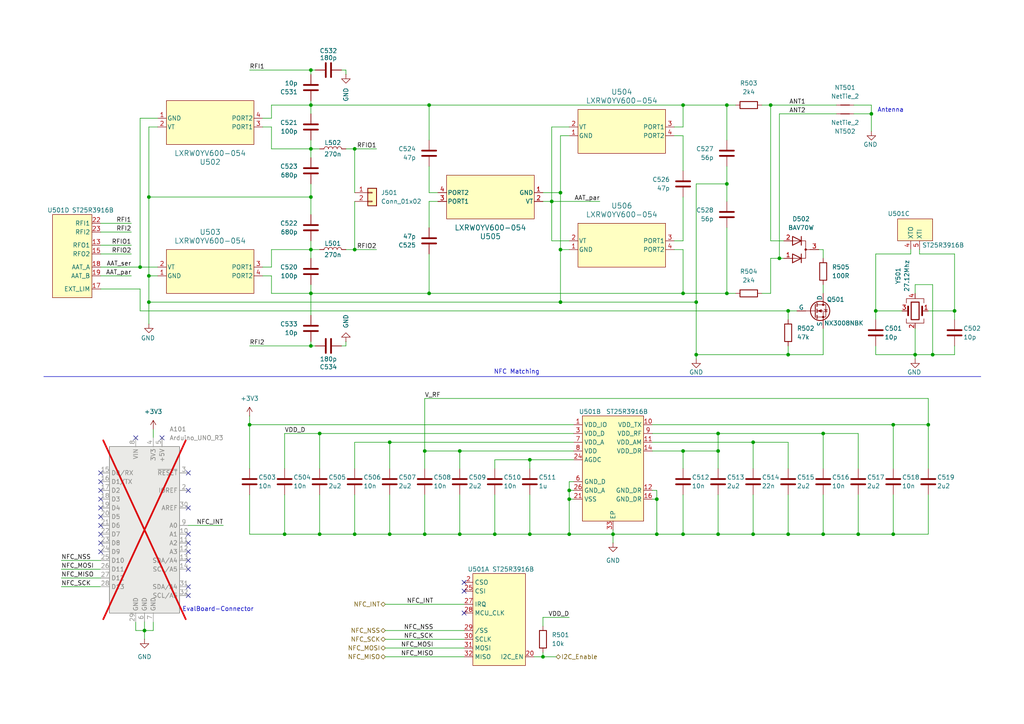
<source format=kicad_sch>
(kicad_sch (version 20250114) (generator "eeschema") (generator_version "9.0")
  (paper "A4")
  (text "EvalBoard-Connector" (at 63.246 176.784 0) (effects (font (size 1.27 1.27))))
  (text "Antenna" (at 258.318 32.004 0) (effects (font (size 1.27 1.27))))
  (text "NFC Matching" (at 149.86 107.95 0) (effects (font (size 1.27 1.27))))
  (junction (at 133.35 130.81))
  (junction (at 165.1 154.94))
  (junction (at 90.17 100.33))
  (junction (at 113.03 154.94))
  (junction (at 123.19 130.81))
  (junction (at 210.82 30.48))
  (junction (at 208.28 130.81))
  (junction (at 43.18 57.15))
  (junction (at 153.67 133.35))
  (junction (at 208.28 154.94))
  (junction (at 72.39 123.19))
  (junction (at 238.76 154.94))
  (junction (at 165.1 142.24))
  (junction (at 265.43 102.87))
  (junction (at 124.46 30.48))
  (junction (at 90.17 72.39))
  (junction (at 143.51 154.94))
  (junction (at 102.87 72.39))
  (junction (at 123.19 154.94))
  (junction (at 165.1 144.78))
  (junction (at 113.03 128.27))
  (junction (at 198.12 154.94))
  (junction (at 210.82 85.09))
  (junction (at 198.12 85.09))
  (junction (at 259.08 154.94))
  (junction (at 228.6 102.87))
  (junction (at 198.12 130.81))
  (junction (at 160.02 58.42))
  (junction (at 223.52 30.48))
  (junction (at 201.93 102.87))
  (junction (at 226.06 74.93))
  (junction (at 190.5 154.94))
  (junction (at 90.17 20.32))
  (junction (at 90.17 85.09))
  (junction (at 102.87 43.18))
  (junction (at 210.82 53.34))
  (junction (at 238.76 125.73))
  (junction (at 269.24 123.19))
  (junction (at 198.12 30.48))
  (junction (at 162.56 55.88))
  (junction (at 82.55 154.94))
  (junction (at 208.28 125.73))
  (junction (at 90.17 30.48))
  (junction (at 201.93 87.63))
  (junction (at 228.6 154.94))
  (junction (at 41.91 182.88))
  (junction (at 40.64 77.47))
  (junction (at 102.87 154.94))
  (junction (at 162.56 87.63))
  (junction (at 270.51 102.87))
  (junction (at 43.18 80.01))
  (junction (at 248.92 154.94))
  (junction (at 92.71 154.94))
  (junction (at 124.46 85.09))
  (junction (at 157.48 190.5))
  (junction (at 254 90.17))
  (junction (at 252.73 33.02))
  (junction (at 43.18 87.63))
  (junction (at 133.35 154.94))
  (junction (at 90.17 43.18))
  (junction (at 218.44 128.27))
  (junction (at 90.17 57.15))
  (junction (at 276.86 90.17))
  (junction (at 190.5 144.78))
  (junction (at 259.08 123.19))
  (junction (at 228.6 90.17))
  (junction (at 92.71 125.73))
  (junction (at 162.56 72.39))
  (junction (at 218.44 154.94))
  (junction (at 177.8 154.94))
  (junction (at 153.67 154.94))
  (no_connect (at 54.61 137.16))
  (no_connect (at 54.61 157.48))
  (no_connect (at 29.21 142.24))
  (no_connect (at 134.62 168.91))
  (no_connect (at 29.21 160.02))
  (no_connect (at 54.61 147.32))
  (no_connect (at 54.61 160.02))
  (no_connect (at 54.61 170.18))
  (no_connect (at 134.62 177.8))
  (no_connect (at 39.37 127))
  (no_connect (at 54.61 172.72))
  (no_connect (at 29.21 152.4))
  (no_connect (at 46.99 127))
  (no_connect (at 54.61 142.24))
  (no_connect (at 29.21 157.48))
  (no_connect (at 29.21 147.32))
  (no_connect (at 29.21 144.78))
  (no_connect (at 54.61 162.56))
  (no_connect (at 29.21 139.7))
  (no_connect (at 134.62 171.45))
  (no_connect (at 29.21 137.16))
  (no_connect (at 54.61 165.1))
  (no_connect (at 29.21 154.94))
  (no_connect (at 29.21 149.86))
  (no_connect (at 54.61 154.94))
  (wire (pts (xy 228.6 128.27) (xy 228.6 135.89)))
  (wire (pts (xy 238.76 72.39) (xy 238.76 74.93)))
  (wire (pts (xy 264.16 72.39) (xy 264.16 73.66)))
  (wire (pts (xy 201.93 104.14) (xy 201.93 102.87)))
  (wire (pts (xy 269.24 135.89) (xy 269.24 123.19)))
  (wire (pts (xy 265.43 82.55) (xy 270.51 82.55)))
  (wire (pts (xy 189.23 144.78) (xy 190.5 144.78)))
  (wire (pts (xy 78.74 34.29) (xy 78.74 30.48)))
  (wire (pts (xy 162.56 55.88) (xy 162.56 39.37)))
  (wire (pts (xy 90.17 20.32) (xy 91.44 20.32)))
  (wire (pts (xy 90.17 30.48) (xy 90.17 33.02)))
  (wire (pts (xy 40.64 83.82) (xy 29.21 83.82)))
  (wire (pts (xy 190.5 144.78) (xy 190.5 154.94)))
  (wire (pts (xy 198.12 36.83) (xy 198.12 30.48)))
  (wire (pts (xy 43.18 80.01) (xy 45.72 80.01)))
  (wire (pts (xy 43.18 57.15) (xy 90.17 57.15)))
  (wire (pts (xy 238.76 72.39) (xy 237.49 72.39)))
  (wire (pts (xy 90.17 72.39) (xy 90.17 74.93)))
  (wire (pts (xy 266.7 73.66) (xy 266.7 72.39)))
  (wire (pts (xy 254 102.87) (xy 265.43 102.87)))
  (wire (pts (xy 198.12 85.09) (xy 210.82 85.09)))
  (wire (pts (xy 157.48 190.5) (xy 161.29 190.5)))
  (wire (pts (xy 17.78 170.18) (xy 29.21 170.18)))
  (wire (pts (xy 157.48 58.42) (xy 160.02 58.42)))
  (wire (pts (xy 177.8 154.94) (xy 177.8 157.48)))
  (wire (pts (xy 90.17 99.06) (xy 90.17 100.33)))
  (wire (pts (xy 210.82 85.09) (xy 213.36 85.09)))
  (wire (pts (xy 102.87 43.18) (xy 102.87 55.88)))
  (wire (pts (xy 198.12 57.15) (xy 198.12 69.85)))
  (wire (pts (xy 133.35 143.51) (xy 133.35 154.94)))
  (wire (pts (xy 124.46 48.26) (xy 124.46 55.88)))
  (wire (pts (xy 270.51 102.87) (xy 265.43 102.87)))
  (wire (pts (xy 198.12 154.94) (xy 190.5 154.94)))
  (wire (pts (xy 254 102.87) (xy 254 100.33)))
  (wire (pts (xy 248.92 125.73) (xy 238.76 125.73)))
  (wire (pts (xy 40.64 34.29) (xy 45.72 34.29)))
  (wire (pts (xy 276.86 92.71) (xy 276.86 90.17)))
  (wire (pts (xy 113.03 128.27) (xy 166.37 128.27)))
  (wire (pts (xy 72.39 120.65) (xy 72.39 123.19)))
  (wire (pts (xy 238.76 125.73) (xy 238.76 135.89)))
  (wire (pts (xy 41.91 182.88) (xy 41.91 185.42)))
  (wire (pts (xy 44.45 182.88) (xy 44.45 180.34)))
  (wire (pts (xy 90.17 82.55) (xy 90.17 85.09)))
  (wire (pts (xy 160.02 36.83) (xy 160.02 58.42)))
  (wire (pts (xy 162.56 72.39) (xy 162.56 87.63)))
  (wire (pts (xy 223.52 69.85) (xy 223.52 30.48)))
  (wire (pts (xy 43.18 87.63) (xy 43.18 93.98)))
  (wire (pts (xy 228.6 90.17) (xy 231.14 90.17)))
  (wire (pts (xy 264.16 73.66) (xy 254 73.66)))
  (wire (pts (xy 111.76 175.26) (xy 134.62 175.26)))
  (wire (pts (xy 228.6 102.87) (xy 238.76 102.87)))
  (wire (pts (xy 228.6 143.51) (xy 228.6 154.94)))
  (wire (pts (xy 111.76 185.42) (xy 134.62 185.42)))
  (wire (pts (xy 76.2 80.01) (xy 78.74 80.01)))
  (wire (pts (xy 254 90.17) (xy 261.62 90.17)))
  (wire (pts (xy 90.17 40.64) (xy 90.17 43.18)))
  (wire (pts (xy 226.06 74.93) (xy 226.06 33.02)))
  (wire (pts (xy 208.28 154.94) (xy 198.12 154.94)))
  (wire (pts (xy 133.35 130.81) (xy 123.19 130.81)))
  (wire (pts (xy 123.19 115.57) (xy 269.24 115.57)))
  (wire (pts (xy 269.24 143.51) (xy 269.24 154.94)))
  (wire (pts (xy 195.58 36.83) (xy 198.12 36.83)))
  (wire (pts (xy 238.76 82.55) (xy 238.76 85.09)))
  (wire (pts (xy 72.39 100.33) (xy 90.17 100.33)))
  (wire (pts (xy 78.74 30.48) (xy 90.17 30.48)))
  (wire (pts (xy 153.67 143.51) (xy 153.67 154.94)))
  (wire (pts (xy 100.33 21.59) (xy 100.33 20.32)))
  (wire (pts (xy 157.48 179.07) (xy 157.48 181.61)))
  (wire (pts (xy 90.17 85.09) (xy 78.74 85.09)))
  (wire (pts (xy 223.52 74.93) (xy 226.06 74.93)))
  (wire (pts (xy 210.82 40.64) (xy 210.82 30.48)))
  (wire (pts (xy 210.82 30.48) (xy 213.36 30.48)))
  (wire (pts (xy 238.76 143.51) (xy 238.76 154.94)))
  (wire (pts (xy 90.17 30.48) (xy 124.46 30.48)))
  (wire (pts (xy 259.08 143.51) (xy 259.08 154.94)))
  (wire (pts (xy 90.17 43.18) (xy 92.71 43.18)))
  (wire (pts (xy 72.39 154.94) (xy 82.55 154.94)))
  (wire (pts (xy 254 73.66) (xy 254 90.17)))
  (wire (pts (xy 201.93 53.34) (xy 201.93 87.63)))
  (wire (pts (xy 226.06 74.93) (xy 227.33 74.93)))
  (wire (pts (xy 72.39 123.19) (xy 72.39 135.89)))
  (wire (pts (xy 276.86 102.87) (xy 276.86 100.33)))
  (wire (pts (xy 40.64 77.47) (xy 45.72 77.47)))
  (wire (pts (xy 195.58 39.37) (xy 198.12 39.37)))
  (wire (pts (xy 165.1 139.7) (xy 165.1 142.24)))
  (wire (pts (xy 124.46 73.66) (xy 124.46 85.09)))
  (wire (pts (xy 165.1 154.94) (xy 165.1 144.78)))
  (wire (pts (xy 82.55 135.89) (xy 82.55 125.73)))
  (wire (pts (xy 157.48 179.07) (xy 165.1 179.07)))
  (wire (pts (xy 226.06 33.02) (xy 242.57 33.02)))
  (wire (pts (xy 143.51 154.94) (xy 153.67 154.94)))
  (wire (pts (xy 165.1 142.24) (xy 166.37 142.24)))
  (wire (pts (xy 124.46 58.42) (xy 127 58.42)))
  (wire (pts (xy 165.1 142.24) (xy 165.1 144.78)))
  (wire (pts (xy 162.56 72.39) (xy 165.1 72.39)))
  (wire (pts (xy 29.21 77.47) (xy 40.64 77.47)))
  (wire (pts (xy 143.51 135.89) (xy 143.51 133.35)))
  (wire (pts (xy 223.52 85.09) (xy 223.52 74.93)))
  (wire (pts (xy 124.46 30.48) (xy 124.46 40.64)))
  (wire (pts (xy 270.51 82.55) (xy 270.51 102.87)))
  (wire (pts (xy 29.21 67.31) (xy 38.1 67.31)))
  (wire (pts (xy 210.82 53.34) (xy 201.93 53.34)))
  (wire (pts (xy 160.02 69.85) (xy 160.02 58.42)))
  (wire (pts (xy 29.21 73.66) (xy 38.1 73.66)))
  (wire (pts (xy 220.98 85.09) (xy 223.52 85.09)))
  (wire (pts (xy 90.17 72.39) (xy 92.71 72.39)))
  (wire (pts (xy 72.39 20.32) (xy 90.17 20.32)))
  (wire (pts (xy 218.44 128.27) (xy 218.44 135.89)))
  (wire (pts (xy 43.18 80.01) (xy 43.18 87.63)))
  (wire (pts (xy 208.28 125.73) (xy 189.23 125.73)))
  (wire (pts (xy 160.02 58.42) (xy 173.99 58.42)))
  (wire (pts (xy 102.87 43.18) (xy 100.33 43.18)))
  (wire (pts (xy 39.37 180.34) (xy 39.37 182.88)))
  (wire (pts (xy 248.92 154.94) (xy 238.76 154.94)))
  (wire (pts (xy 102.87 43.18) (xy 109.22 43.18)))
  (wire (pts (xy 228.6 90.17) (xy 40.64 90.17)))
  (wire (pts (xy 223.52 30.48) (xy 242.57 30.48)))
  (wire (pts (xy 154.94 190.5) (xy 157.48 190.5)))
  (wire (pts (xy 40.64 34.29) (xy 40.64 77.47)))
  (wire (pts (xy 111.76 190.5) (xy 134.62 190.5)))
  (wire (pts (xy 143.51 143.51) (xy 143.51 154.94)))
  (wire (pts (xy 252.73 30.48) (xy 252.73 33.02)))
  (wire (pts (xy 189.23 142.24) (xy 190.5 142.24)))
  (wire (pts (xy 92.71 125.73) (xy 92.71 135.89)))
  (wire (pts (xy 82.55 154.94) (xy 92.71 154.94)))
  (wire (pts (xy 43.18 36.83) (xy 45.72 36.83)))
  (wire (pts (xy 238.76 125.73) (xy 208.28 125.73)))
  (wire (pts (xy 269.24 154.94) (xy 259.08 154.94)))
  (wire (pts (xy 265.43 104.14) (xy 265.43 102.87)))
  (wire (pts (xy 78.74 85.09) (xy 78.74 80.01)))
  (wire (pts (xy 17.78 162.56) (xy 29.21 162.56)))
  (wire (pts (xy 198.12 72.39) (xy 198.12 85.09)))
  (wire (pts (xy 41.91 180.34) (xy 41.91 182.88)))
  (wire (pts (xy 265.43 82.55) (xy 265.43 85.09)))
  (wire (pts (xy 201.93 87.63) (xy 201.93 102.87)))
  (wire (pts (xy 90.17 85.09) (xy 90.17 91.44)))
  (wire (pts (xy 29.21 71.12) (xy 38.1 71.12)))
  (wire (pts (xy 210.82 48.26) (xy 210.82 53.34)))
  (wire (pts (xy 198.12 130.81) (xy 189.23 130.81)))
  (wire (pts (xy 210.82 85.09) (xy 210.82 66.04)))
  (wire (pts (xy 223.52 30.48) (xy 220.98 30.48)))
  (wire (pts (xy 41.91 182.88) (xy 44.45 182.88)))
  (wire (pts (xy 153.67 154.94) (xy 165.1 154.94)))
  (wire (pts (xy 76.2 36.83) (xy 78.74 36.83)))
  (wire (pts (xy 238.76 102.87) (xy 238.76 95.25)))
  (wire (pts (xy 90.17 100.33) (xy 91.44 100.33)))
  (wire (pts (xy 133.35 154.94) (xy 143.51 154.94)))
  (wire (pts (xy 90.17 43.18) (xy 78.74 43.18)))
  (wire (pts (xy 162.56 39.37) (xy 165.1 39.37)))
  (wire (pts (xy 90.17 57.15) (xy 90.17 62.23)))
  (wire (pts (xy 228.6 154.94) (xy 218.44 154.94)))
  (polyline (pts (xy 12.7 109.22) (xy 284.48 109.22)))
  (wire (pts (xy 100.33 99.06) (xy 100.33 100.33)))
  (wire (pts (xy 208.28 130.81) (xy 198.12 130.81)))
  (wire (pts (xy 228.6 100.33) (xy 228.6 102.87)))
  (wire (pts (xy 201.93 87.63) (xy 162.56 87.63)))
  (wire (pts (xy 208.28 143.51) (xy 208.28 154.94)))
  (wire (pts (xy 90.17 69.85) (xy 90.17 72.39)))
  (wire (pts (xy 166.37 139.7) (xy 165.1 139.7)))
  (wire (pts (xy 265.43 95.25) (xy 265.43 102.87)))
  (wire (pts (xy 123.19 154.94) (xy 133.35 154.94)))
  (wire (pts (xy 218.44 154.94) (xy 208.28 154.94)))
  (wire (pts (xy 198.12 39.37) (xy 198.12 49.53)))
  (wire (pts (xy 100.33 20.32) (xy 99.06 20.32)))
  (wire (pts (xy 76.2 34.29) (xy 78.74 34.29)))
  (wire (pts (xy 248.92 143.51) (xy 248.92 154.94)))
  (wire (pts (xy 92.71 154.94) (xy 102.87 154.94)))
  (wire (pts (xy 133.35 130.81) (xy 133.35 135.89)))
  (wire (pts (xy 269.24 115.57) (xy 269.24 123.19)))
  (wire (pts (xy 259.08 123.19) (xy 189.23 123.19)))
  (wire (pts (xy 133.35 130.81) (xy 166.37 130.81)))
  (wire (pts (xy 153.67 133.35) (xy 166.37 133.35)))
  (wire (pts (xy 269.24 123.19) (xy 259.08 123.19)))
  (wire (pts (xy 102.87 58.42) (xy 102.87 72.39)))
  (wire (pts (xy 92.71 125.73) (xy 166.37 125.73)))
  (wire (pts (xy 276.86 73.66) (xy 266.7 73.66)))
  (wire (pts (xy 39.37 182.88) (xy 41.91 182.88)))
  (wire (pts (xy 29.21 80.01) (xy 38.1 80.01)))
  (wire (pts (xy 259.08 154.94) (xy 248.92 154.94)))
  (wire (pts (xy 43.18 57.15) (xy 43.18 80.01)))
  (wire (pts (xy 160.02 36.83) (xy 165.1 36.83)))
  (wire (pts (xy 195.58 69.85) (xy 198.12 69.85)))
  (wire (pts (xy 111.76 187.96) (xy 134.62 187.96)))
  (wire (pts (xy 64.77 152.4) (xy 54.61 152.4)))
  (wire (pts (xy 123.19 130.81) (xy 123.19 135.89)))
  (wire (pts (xy 40.64 90.17) (xy 40.64 83.82)))
  (wire (pts (xy 124.46 30.48) (xy 198.12 30.48)))
  (wire (pts (xy 43.18 57.15) (xy 43.18 36.83)))
  (wire (pts (xy 124.46 85.09) (xy 198.12 85.09)))
  (wire (pts (xy 90.17 53.34) (xy 90.17 57.15)))
  (wire (pts (xy 227.33 69.85) (xy 223.52 69.85)))
  (wire (pts (xy 17.78 167.64) (xy 29.21 167.64)))
  (wire (pts (xy 90.17 29.21) (xy 90.17 30.48)))
  (wire (pts (xy 228.6 128.27) (xy 218.44 128.27)))
  (wire (pts (xy 44.45 124.46) (xy 44.45 127)))
  (wire (pts (xy 157.48 55.88) (xy 162.56 55.88)))
  (wire (pts (xy 102.87 72.39) (xy 109.22 72.39)))
  (wire (pts (xy 247.65 30.48) (xy 252.73 30.48)))
  (wire (pts (xy 76.2 77.47) (xy 78.74 77.47)))
  (wire (pts (xy 195.58 72.39) (xy 198.12 72.39)))
  (wire (pts (xy 162.56 55.88) (xy 162.56 72.39)))
  (wire (pts (xy 82.55 125.73) (xy 92.71 125.73)))
  (wire (pts (xy 208.28 135.89) (xy 208.28 130.81)))
  (wire (pts (xy 254 92.71) (xy 254 90.17)))
  (wire (pts (xy 43.18 87.63) (xy 162.56 87.63)))
  (wire (pts (xy 177.8 153.67) (xy 177.8 154.94)))
  (wire (pts (xy 218.44 128.27) (xy 189.23 128.27)))
  (wire (pts (xy 198.12 143.51) (xy 198.12 154.94)))
  (wire (pts (xy 259.08 135.89) (xy 259.08 123.19)))
  (wire (pts (xy 210.82 53.34) (xy 210.82 58.42)))
  (wire (pts (xy 78.74 77.47) (xy 78.74 72.39)))
  (wire (pts (xy 90.17 85.09) (xy 124.46 85.09)))
  (wire (pts (xy 100.33 72.39) (xy 102.87 72.39)))
  (wire (pts (xy 111.76 182.88) (xy 134.62 182.88)))
  (wire (pts (xy 165.1 144.78) (xy 166.37 144.78)))
  (wire (pts (xy 100.33 100.33) (xy 99.06 100.33)))
  (wire (pts (xy 210.82 30.48) (xy 198.12 30.48)))
  (wire (pts (xy 90.17 43.18) (xy 90.17 45.72)))
  (wire (pts (xy 165.1 154.94) (xy 177.8 154.94)))
  (wire (pts (xy 113.03 128.27) (xy 102.87 128.27)))
  (wire (pts (xy 143.51 133.35) (xy 153.67 133.35)))
  (wire (pts (xy 113.03 154.94) (xy 123.19 154.94)))
  (wire (pts (xy 270.51 102.87) (xy 276.86 102.87)))
  (wire (pts (xy 190.5 154.94) (xy 177.8 154.94)))
  (wire (pts (xy 78.74 72.39) (xy 90.17 72.39)))
  (wire (pts (xy 269.24 90.17) (xy 276.86 90.17)))
  (wire (pts (xy 17.78 165.1) (xy 29.21 165.1)))
  (wire (pts (xy 92.71 143.51) (xy 92.71 154.94)))
  (wire (pts (xy 102.87 128.27) (xy 102.87 135.89)))
  (wire (pts (xy 78.74 43.18) (xy 78.74 36.83)))
  (wire (pts (xy 218.44 143.51) (xy 218.44 154.94)))
  (wire (pts (xy 72.39 143.51) (xy 72.39 154.94)))
  (wire (pts (xy 153.67 135.89) (xy 153.67 133.35)))
  (wire (pts (xy 82.55 143.51) (xy 82.55 154.94)))
  (wire (pts (xy 157.48 189.23) (xy 157.48 190.5)))
  (wire (pts (xy 190.5 142.24) (xy 190.5 144.78)))
  (wire (pts (xy 276.86 90.17) (xy 276.86 73.66)))
  (wire (pts (xy 102.87 154.94) (xy 113.03 154.94)))
  (wire (pts (xy 123.19 130.81) (xy 123.19 115.57)))
  (wire (pts (xy 247.65 33.02) (xy 252.73 33.02)))
  (wire (pts (xy 124.46 55.88) (xy 127 55.88)))
  (wire (pts (xy 124.46 66.04) (xy 124.46 58.42)))
  (wire (pts (xy 113.03 143.51) (xy 113.03 154.94)))
  (wire (pts (xy 208.28 125.73) (xy 208.28 130.81)))
  (wire (pts (xy 198.12 130.81) (xy 198.12 135.89)))
  (wire (pts (xy 248.92 135.89) (xy 248.92 125.73)))
  (wire (pts (xy 228.6 90.17) (xy 228.6 92.71)))
  (wire (pts (xy 29.21 64.77) (xy 38.1 64.77)))
  (wire (pts (xy 113.03 128.27) (xy 113.03 135.89)))
  (wire (pts (xy 102.87 143.51) (xy 102.87 154.94)))
  (wire (pts (xy 160.02 69.85) (xy 165.1 69.85)))
  (wire (pts (xy 201.93 102.87) (xy 228.6 102.87)))
  (wire (pts (xy 123.19 143.51) (xy 123.19 154.94)))
  (wire (pts (xy 90.17 21.59) (xy 90.17 20.32)))
  (wire (pts (xy 72.39 123.19) (xy 166.37 123.19)))
  (wire (pts (xy 252.73 33.02) (xy 252.73 38.1)))
  (wire (pts (xy 238.76 154.94) (xy 228.6 154.94)))
  (label "VDD_D" (at 165.1 179.07 180))
  (label "VDD_D" (at 82.55 125.73 0))
  (label "RFI2" (at 38.1 67.31 180))
  (label "AAT_ser" (at 38.1 77.47 180))
  (label "RFI2" (at 72.39 100.33 0))
  (label "NFC_SCK" (at 17.78 170.18 0))
  (label "NFC_INT" (at 125.73 175.26 180))
  (label "RFIO2" (at 38.1 73.66 180))
  (label "ANT1" (at 233.68 30.48 180))
  (label "ANT2" (at 233.68 33.02 180))
  (label "RFIO2" (at 109.22 72.39 180))
  (label "AAT_par" (at 173.99 58.42 180))
  (label "NFC_INT" (at 64.77 152.4 180))
  (label "RFI1" (at 72.39 20.32 0))
  (label "NFC_MOSI" (at 125.73 187.96 180))
  (label "RFIO1" (at 109.22 43.18 180))
  (label "NFC_SCK" (at 125.73 185.42 180))
  (label "RFI1" (at 38.1 64.77 180))
  (label "RFIO1" (at 38.1 71.12 180))
  (label "NFC_MOSI" (at 17.78 165.1 0))
  (label "AAT_par" (at 38.1 80.01 180))
  (label "NFC_MISO" (at 125.73 190.5 180))
  (label "NFC_NSS" (at 125.73 182.88 180))
  (label "V_RF" (at 123.19 115.57 0))
  (label "NFC_NSS" (at 17.78 162.56 0))
  (label "NFC_MISO" (at 17.78 167.64 0))
  (hierarchical_label "NFC_MISO" (shape bidirectional) (at 111.76 190.5 180))
  (hierarchical_label "NFC_SCK" (shape bidirectional) (at 111.76 185.42 180))
  (hierarchical_label "NFC_INT" (shape bidirectional) (at 111.76 175.26 180))
  (hierarchical_label "NFC_MOSI" (shape bidirectional) (at 111.76 187.96 180))
  (hierarchical_label "NFC_NSS" (shape bidirectional) (at 111.76 182.88 180))
  (hierarchical_label "I2C_Enable" (shape bidirectional) (at 161.29 190.5 0))
  (symbol (lib_name "GND_1") (lib_id "power:GND") (at 177.8 157.48 0) (unit 1)
    (property "Reference" "#PWR0503" (effects (hide yes)))
    (property "Value" "GND" (at 177.8 162.56 0))
    (property "Description" "Power symbol creates a global label with name \"GND\" , ground" (effects (hide yes)))
  )
  (symbol (lib_id "myParts:ST25R3916B") (at 137.16 166.37 0) (unit 1)
    (property "Reference" "U501" (at 135.636 165.1 0) (effects (justify left)))
    (property "Value" "ST25R3916B" (at 142.748 165.1 0) (effects (justify left)))
    (property "Footprint" "additional parts:UFQFPN-32-1EP_5x5mm_P0.5mm_EP3.5x3.5mm" (effects (hide yes)))
    (property "Manufacturer" "STMicroelectronics" (effects (hide yes)))
    (property "Part Number" "ST25R3916B-AQET" (effects (hide yes)))
  )
  (symbol (lib_id "Device:R") (at 228.6 96.52 0) (unit 1)
    (property "Reference" "R502" (at 231.14 95.2499 0) (effects (justify left)))
    (property "Value" "47k" (at 231.14 97.7899 0) (effects (justify left)))
    (property "Footprint" "Resistor_SMD:R_0805_2012Metric_Pad1.20x1.40mm_HandSolder" (effects (hide yes)))
    (property "Description" "Resistor" (effects (hide yes)))
    (property "Manufacturer" "Yageo" (effects (hide yes)))
    (property "Part Number" "RC0603FR-0747KL" (effects (hide yes)))
  )
  (symbol (lib_name "GND_1") (lib_id "power:GND") (at 41.91 185.42 0) (unit 1)
    (property "Reference" "#PWR0508" (effects (hide yes)))
    (property "Value" "GND" (at 41.91 190.5 0))
    (property "Description" "Power symbol creates a global label with name \"GND\" , ground" (effects (hide yes)))
  )
  (symbol (lib_id "Device:C") (at 124.46 69.85 180) (unit 1)
    (property "Reference" "C525" (at 120.65 71.1201 0) (effects (justify left)))
    (property "Value" "47p" (at 120.65 68.5801 0) (effects (justify left)))
    (property "Footprint" "Capacitor_SMD:C_0603_1608Metric_Pad1.08x0.95mm_HandSolder" (effects (hide yes)))
    (property "Description" "Unpolarized capacitor" (effects (hide yes)))
    (property "Manufacturer" "Kemet" (effects (hide yes)))
    (property "Part Number" "C0603C470K5GACTU" (effects (hide yes)))
  )
  (symbol (lib_id "Device:R") (at 238.76 78.74 0) (unit 1)
    (property "Reference" "R505" (at 241.3 77.4699 0) (effects (justify left)))
    (property "Value" "100R" (at 241.3 80.0099 0) (effects (justify left)))
    (property "Footprint" "Resistor_SMD:R_0805_2012Metric_Pad1.20x1.40mm_HandSolder" (effects (hide yes)))
    (property "Description" "Resistor" (effects (hide yes)))
    (property "Manufacturer" "Yageo" (effects (hide yes)))
    (property "Part Number" "RC0805FR-07100RL" (effects (hide yes)))
  )
  (symbol (lib_id "Device:C") (at 90.17 66.04 0) (mirror y) (unit 1)
    (property "Reference" "C522" (at 86.36 64.7699 0) (effects (justify left)))
    (property "Value" "680p" (at 86.36 67.3099 0) (effects (justify left)))
    (property "Footprint" "Capacitor_SMD:C_0603_1608Metric_Pad1.08x0.95mm_HandSolder" (effects (hide yes)))
    (property "Description" "Unpolarized capacitor" (effects (hide yes)))
    (property "Manufacturer" "Kemet" (effects (hide yes)))
    (property "Part Number" "C0603C681K5RACTU" (effects (hide yes)))
  )
  (symbol (lib_id "Device:C") (at 254 96.52 0) (unit 1)
    (property "Reference" "C501" (at 256.54 95.25 0) (effects (justify left)))
    (property "Value" "10p" (at 256.54 97.79 0) (effects (justify left)))
    (property "Footprint" "Capacitor_SMD:C_0603_1608Metric_Pad1.08x0.95mm_HandSolder" (effects (hide yes)))
    (property "Description" "Unpolarized capacitor" (effects (hide yes)))
    (property "Manufacturer" "Kemet" (effects (hide yes)))
    (property "Part Number" "C0603C100K5GACTU" (effects (hide yes)))
  )
  (symbol (lib_id "Simulation_SPICE:NMOS") (at 236.22 90.17 0) (unit 1)
    (property "Reference" "Q501" (at 239.776 86.868 0) (effects (justify left)))
    (property "Value" "NX3008NBK" (at 239.014 93.726 0) (effects (justify left)))
    (property "Footprint" "Package_TO_SOT_SMD:SOT-23-3" (effects (hide yes)))
    (property "Datasheet" "https://ngspice.sourceforge.io/docs/ngspice-html-manual/manual.xhtml#cha_MOSFETs" (effects (hide yes)))
    (property "Description" "N-MOSFET transistor, drain/source/gate" (effects (hide yes)))
    (property "Sim.Device" "NMOS" (effects (hide yes)))
    (property "Sim.Type" "VDMOS" (effects (hide yes)))
    (property "Sim.Pins" "1=D 2=G 3=S" (effects (hide yes)))
    (property "Manufacturer" "Nexperia USA Inc." (effects (hide yes)))
    (property "Part Number" "NX3008NBKW,115" (effects (hide yes)))
  )
  (symbol (lib_id "Device:C") (at 276.86 96.52 0) (unit 1)
    (property "Reference" "C502" (at 279.4 95.25 0) (effects (justify left)))
    (property "Value" "10p" (at 279.4 97.79 0) (effects (justify left)))
    (property "Footprint" "Capacitor_SMD:C_0603_1608Metric_Pad1.08x0.95mm_HandSolder" (effects (hide yes)))
    (property "Description" "Unpolarized capacitor" (effects (hide yes)))
    (property "Manufacturer" "Kemet" (effects (hide yes)))
    (property "Part Number" "C0603C100K5GACTU" (effects (hide yes)))
  )
  (symbol (lib_id "myParts:ST25R3916B") (at 260.35 69.85 90) (unit 3)
    (property "Reference" "U501" (at 263.906 61.976 90) (effects (justify left)))
    (property "Value" "ST25R3916B" (at 279.654 71.12 90) (effects (justify left)))
    (property "Footprint" "additional parts:UFQFPN-32-1EP_5x5mm_P0.5mm_EP3.5x3.5mm" (effects (hide yes)))
    (property "Manufacturer" "STMicroelectronics" (effects (hide yes)))
    (property "Part Number" "ST25R3916B-AQET" (effects (hide yes)))
  )
  (symbol (lib_id "Device:C") (at 208.28 139.7 0) (unit 1)
    (property "Reference" "C513" (at 210.82 138.43 0) (effects (justify left)))
    (property "Value" "2u2" (at 210.82 140.97 0) (effects (justify left)))
    (property "Footprint" "Capacitor_SMD:C_0603_1608Metric_Pad1.08x0.95mm_HandSolder" (effects (hide yes)))
    (property "Description" "Unpolarized capacitor" (effects (hide yes)))
    (property "Manufacturer" "Kemet" (effects (hide yes)))
    (property "Part Number" "C0603C225K4PACTU" (effects (hide yes)))
  )
  (symbol (lib_id "Device:C") (at 113.03 139.7 0) (unit 1)
    (property "Reference" "C507" (at 115.57 138.43 0) (effects (justify left)))
    (property "Value" "2u2" (at 115.57 140.97 0) (effects (justify left)))
    (property "Footprint" "Capacitor_SMD:C_0603_1608Metric_Pad1.08x0.95mm_HandSolder" (effects (hide yes)))
    (property "Description" "Unpolarized capacitor" (effects (hide yes)))
    (property "Manufacturer" "Kemet" (effects (hide yes)))
    (property "Part Number" "C0603C225K4PACTU" (effects (hide yes)))
  )
  (symbol (lib_id "Device:C") (at 210.82 44.45 0) (mirror y) (unit 1)
    (property "Reference" "C527" (at 207.01 43.1799 0) (effects (justify left)))
    (property "Value" "56p" (at 207.01 45.7199 0) (effects (justify left)))
    (property "Footprint" "Capacitor_SMD:C_0603_1608Metric_Pad1.08x0.95mm_HandSolder" (effects (hide yes)))
    (property "Description" "Unpolarized capacitor" (effects (hide yes)))
    (property "Manufacturer" "Kemet" (effects (hide yes)))
    (property "Part Number" "C0603C560M3HACTU" (effects (hide yes)))
  )
  (symbol (lib_id "additial parts:LXRW0YV600-054") (at 160.02 72.39 0) (mirror x) (unit 1)
    (property "Reference" "U506" (at 180.34 59.69 0) (effects (font (size 1.524 1.524))))
    (property "Value" "LXRW0YV600-054" (at 180.34 62.23 0) (effects (font (size 1.524 1.524))))
    (property "Footprint" "additional parts:LXRW0_MUR-M" (effects (hide yes)))
    (property "Datasheet" "LXRW0YV600-054" (effects (hide yes)))
    (property "Manufacturer" "Murata Electronics" (effects (hide yes)))
    (property "Part Number" "LXRW0YV600-054" (effects (hide yes)))
  )
  (symbol (lib_id "Device:C") (at 90.17 36.83 0) (mirror y) (unit 1)
    (property "Reference" "C521" (at 86.36 35.5599 0) (effects (justify left)))
    (property "Value" "100p" (at 86.36 38.0999 0) (effects (justify left)))
    (property "Footprint" "Capacitor_SMD:C_0603_1608Metric_Pad1.08x0.95mm_HandSolder" (effects (hide yes)))
    (property "Description" "Unpolarized capacitor" (effects (hide yes)))
    (property "Manufacturer" "Kemet" (effects (hide yes)))
    (property "Part Number" "C0603C101J5GACTU" (effects (hide yes)))
  )
  (symbol (lib_id "Device:Crystal_GND24") (at 265.43 90.17 180) (unit 1)
    (property "Reference" "Y501" (at 260.4768 80.01 90))
    (property "Value" "27.12Mhz" (at 263.0168 80.01 90))
    (property "Footprint" "Crystal:Crystal_SMD_SeikoEpson_FA128-4Pin_2.0x1.6mm" (effects (hide yes)))
    (property "Description" "Four pin crystal, GND on pins 2 and 4" (effects (hide yes)))
    (property "Manufacturer" "EPSON" (effects (hide yes)))
    (property "Part Number" "FA-118T 27.1200MD50Z-K3" (effects (hide yes)))
  )
  (symbol (lib_id "Device:R") (at 217.17 30.48 90) (unit 1)
    (property "Reference" "R503" (at 217.17 24.13 90))
    (property "Value" "2k4" (at 217.17 26.67 90))
    (property "Footprint" "Resistor_SMD:R_0805_2012Metric_Pad1.20x1.40mm_HandSolder" (effects (hide yes)))
    (property "Description" "Resistor" (effects (hide yes)))
    (property "Manufacturer" "Yageo" (effects (hide yes)))
    (property "Part Number" "RC0603FR-072K4L" (effects (hide yes)))
  )
  (symbol (lib_id "Device:C") (at 92.71 139.7 0) (unit 1)
    (property "Reference" "C505" (at 95.25 138.43 0) (effects (justify left)))
    (property "Value" "2u2" (at 95.25 140.97 0) (effects (justify left)))
    (property "Footprint" "Capacitor_SMD:C_0603_1608Metric_Pad1.08x0.95mm_HandSolder" (effects (hide yes)))
    (property "Description" "Unpolarized capacitor" (effects (hide yes)))
    (property "Manufacturer" "Kemet" (effects (hide yes)))
    (property "Part Number" "C0603C225K4PACTU" (effects (hide yes)))
  )
  (symbol (lib_name "GND_1") (lib_id "power:GND") (at 43.18 93.98 0) (unit 1)
    (property "Reference" "#PWR0504" (effects (hide yes)))
    (property "Value" "GND" (at 44.958 98.044 0) (effects (justify right)))
    (property "Description" "Power symbol creates a global label with name \"GND\" , ground" (effects (hide yes)))
  )
  (symbol (lib_id "Device:C") (at 95.25 20.32 270) (unit 1)
    (property "Reference" "C532" (at 95.25 14.732 90))
    (property "Value" "180p" (at 95.25 16.764 90))
    (property "Footprint" "Capacitor_SMD:C_0603_1608Metric_Pad1.08x0.95mm_HandSolder" (effects (hide yes)))
    (property "Description" "Unpolarized capacitor" (effects (hide yes)))
    (property "Manufacturer" "Kemet" (effects (hide yes)))
    (property "Part Number" "C0603C181J5GACTU" (effects (hide yes)))
  )
  (symbol (lib_id "Device:C") (at 259.08 139.7 0) (unit 1)
    (property "Reference" "C518" (at 261.62 138.43 0) (effects (justify left)))
    (property "Value" "10n" (at 261.62 140.97 0) (effects (justify left)))
    (property "Footprint" "Capacitor_SMD:C_0603_1608Metric_Pad1.08x0.95mm_HandSolder" (effects (hide yes)))
    (property "Description" "Unpolarized capacitor" (effects (hide yes)))
    (property "Manufacturer" "Kemet" (effects (hide yes)))
    (property "Part Number" "C0603C103K5RACTU" (effects (hide yes)))
  )
  (symbol (lib_id "Device:L") (at 96.52 43.18 90) (unit 1)
    (property "Reference" "L502" (at 96.52 41.402 90))
    (property "Value" "270n" (at 96.52 44.704 90))
    (property "Footprint" "Inductor_SMD:L_0603_1608Metric_Pad1.05x0.95mm_HandSolder" (effects (hide yes)))
    (property "Description" "Inductor" (effects (hide yes)))
    (property "Manufacturer" "Murata" (effects (hide yes)))
    (property "Part Number" "LQW18ANR27J00D" (effects (hide yes)))
  )
  (symbol (lib_id "Device:C") (at 210.82 62.23 0) (mirror y) (unit 1)
    (property "Reference" "C528" (at 207.01 60.9599 0) (effects (justify left)))
    (property "Value" "56p" (at 207.01 63.4999 0) (effects (justify left)))
    (property "Footprint" "Capacitor_SMD:C_0603_1608Metric_Pad1.08x0.95mm_HandSolder" (effects (hide yes)))
    (property "Description" "Unpolarized capacitor" (effects (hide yes)))
    (property "Manufacturer" "Kemet" (effects (hide yes)))
    (property "Part Number" "C0603C560M3HACTU" (effects (hide yes)))
  )
  (symbol (lib_name "+3V3_1") (lib_id "power:+3V3") (at 72.39 120.65 0) (unit 1)
    (property "Reference" "#PWR0502" (effects (hide yes)))
    (property "Value" "+3V3" (at 72.39 115.57 0))
    (property "Description" "Power symbol creates a global label with name \"+3V3\"" (effects (hide yes)))
  )
  (symbol (lib_id "myParts:ST25R3916B") (at 15.24 62.23 0) (unit 4)
    (property "Reference" "U501" (at 13.716 60.96 0) (effects (justify left)))
    (property "Value" "ST25R3916B" (at 20.828 60.96 0) (effects (justify left)))
    (property "Footprint" "additional parts:UFQFPN-32-1EP_5x5mm_P0.5mm_EP3.5x3.5mm" (effects (hide yes)))
    (property "Manufacturer" "STMicroelectronics" (effects (hide yes)))
    (property "Part Number" "ST25R3916B-AQET" (effects (hide yes)))
  )
  (symbol (lib_id "Device:D_Dual_CommonCathode_AAK_Parallel") (at 232.41 72.39 0) (mirror x) (unit 1)
    (property "Reference" "D502" (at 232.3465 63.5 0))
    (property "Value" "BAV70W" (at 232.3465 66.04 0))
    (property "Footprint" "Package_TO_SOT_SMD:SOT-23-3" (effects (hide yes)))
    (property "Description" "Dual diode, common cathode on pin 1" (effects (hide yes)))
    (property "Part Number" "BAV70W-7-F" (effects (hide yes)))
    (property "Manufacturer" "Diodes Incorporated" (effects (hide yes)))
  )
  (symbol (lib_id "Connector_Generic:Conn_01x02") (at 107.95 55.88 0) (unit 1)
    (property "Reference" "J501" (at 110.49 55.8799 0) (effects (justify left)))
    (property "Value" "Conn_01x02" (at 110.49 58.4199 0) (effects (justify left)))
    (property "Footprint" "Connector_PinHeader_1.27mm:PinHeader_1x02_P1.27mm_Vertical" (effects (hide yes)))
    (property "Description" "Generic connector, single row, 01x02, script generated (kicad-library-utils/schlib/autogen/connector/)" (effects (hide yes)))
    (property "Manufacturer" "Harwin Inc." (effects (hide yes)))
    (property "Part Number" "M50-3532042" (effects (hide yes)))
  )
  (symbol (lib_id "Device:C") (at 153.67 139.7 0) (unit 1)
    (property "Reference" "C511" (at 156.21 138.43 0) (effects (justify left)))
    (property "Value" "1u" (at 156.21 140.97 0) (effects (justify left)))
    (property "Footprint" "Capacitor_SMD:C_0603_1608Metric_Pad1.08x0.95mm_HandSolder" (effects (hide yes)))
    (property "Description" "Unpolarized capacitor" (effects (hide yes)))
    (property "Manufacturer" "Kemet" (effects (hide yes)))
    (property "Part Number" "C0603C105K4RACTU" (effects (hide yes)))
  )
  (symbol (lib_id "Device:C") (at 124.46 44.45 0) (mirror y) (unit 1)
    (property "Reference" "C524" (at 120.65 43.1799 0) (effects (justify left)))
    (property "Value" "47p" (at 120.65 45.7199 0) (effects (justify left)))
    (property "Footprint" "Capacitor_SMD:C_0603_1608Metric_Pad1.08x0.95mm_HandSolder" (effects (hide yes)))
    (property "Description" "Unpolarized capacitor" (effects (hide yes)))
    (property "Manufacturer" "Kemet" (effects (hide yes)))
    (property "Part Number" "C0603C470K5GACTU" (effects (hide yes)))
  )
  (symbol (lib_id "Device:C") (at 72.39 139.7 0) (unit 1)
    (property "Reference" "C503" (at 74.93 138.43 0) (effects (justify left)))
    (property "Value" "10n" (at 74.93 140.97 0) (effects (justify left)))
    (property "Footprint" "Capacitor_SMD:C_0603_1608Metric_Pad1.08x0.95mm_HandSolder" (effects (hide yes)))
    (property "Description" "Unpolarized capacitor" (effects (hide yes)))
    (property "Manufacturer" "Kemet" (effects (hide yes)))
    (property "Part Number" "C0603C103K5RACTU" (effects (hide yes)))
  )
  (symbol (lib_id "Device:L") (at 96.52 72.39 90) (unit 1)
    (property "Reference" "L501" (at 96.52 70.612 90))
    (property "Value" "270n" (at 96.52 73.914 90))
    (property "Footprint" "Inductor_SMD:L_0603_1608Metric_Pad1.05x0.95mm_HandSolder" (effects (hide yes)))
    (property "Description" "Inductor" (effects (hide yes)))
    (property "Manufacturer" "Murata" (effects (hide yes)))
    (property "Part Number" "LQW18ANR27J00D" (effects (hide yes)))
  )
  (symbol (lib_id "Device:C") (at 133.35 139.7 0) (unit 1)
    (property "Reference" "C509" (at 135.89 138.43 0) (effects (justify left)))
    (property "Value" "2u2" (at 135.89 140.97 0) (effects (justify left)))
    (property "Footprint" "Capacitor_SMD:C_0603_1608Metric_Pad1.08x0.95mm_HandSolder" (effects (hide yes)))
    (property "Description" "Unpolarized capacitor" (effects (hide yes)))
    (property "Manufacturer" "Kemet" (effects (hide yes)))
    (property "Part Number" "C0603C225K4PACTU" (effects (hide yes)))
  )
  (symbol (lib_id "Device:C") (at 238.76 139.7 0) (unit 1)
    (property "Reference" "C516" (at 241.3 138.43 0) (effects (justify left)))
    (property "Value" "10n" (at 241.3 140.97 0) (effects (justify left)))
    (property "Footprint" "Capacitor_SMD:C_0603_1608Metric_Pad1.08x0.95mm_HandSolder" (effects (hide yes)))
    (property "Description" "Unpolarized capacitor" (effects (hide yes)))
    (property "Manufacturer" "Kemet" (effects (hide yes)))
    (property "Part Number" "C0603C103K5RACTU" (effects (hide yes)))
  )
  (symbol (lib_id "MCU_Module:Arduino_UNO_R3") (at 41.91 152.4 0) (unit 1) (dnp yes)
    (property "Reference" "A101" (at 49.1333 124.46 0) (effects (justify left)))
    (property "Value" "Arduino_UNO_R3" (at 49.1333 127 0) (effects (justify left)))
    (property "Footprint" "additional parts:Arduino_UNO_R3_no_legend" (effects (hide yes)))
    (property "Datasheet" "https://www.arduino.cc/en/Main/arduinoBoardUno" (effects (hide yes)))
    (property "Description" "Arduino UNO Microcontroller Module, release 3" (effects (hide yes)))
  )
  (symbol (lib_name "GND_1") (lib_id "power:GND") (at 100.33 99.06 0) (mirror x) (unit 1)
    (property "Reference" "#PWR0507" (effects (hide yes)))
    (property "Value" "GND" (at 100.3299 95.25 90) (effects (justify right)))
    (property "Description" "Power symbol creates a global label with name \"GND\" , ground" (effects (hide yes)))
  )
  (symbol (lib_name "+3V3_1") (lib_id "power:+3V3") (at 44.45 124.46 0) (unit 1)
    (property "Reference" "#PWR0509" (effects (hide yes)))
    (property "Value" "+3V3" (at 44.45 119.38 0))
    (property "Description" "Power symbol creates a global label with name \"+3V3\"" (effects (hide yes)))
  )
  (symbol (lib_id "Device:C") (at 82.55 139.7 0) (unit 1)
    (property "Reference" "C504" (at 85.09 138.43 0) (effects (justify left)))
    (property "Value" "10n" (at 85.09 140.97 0) (effects (justify left)))
    (property "Footprint" "Capacitor_SMD:C_0603_1608Metric_Pad1.08x0.95mm_HandSolder" (effects (hide yes)))
    (property "Description" "Unpolarized capacitor" (effects (hide yes)))
    (property "Manufacturer" "Kemet" (effects (hide yes)))
    (property "Part Number" "C0603C103K5RACTU" (effects (hide yes)))
  )
  (symbol (lib_id "Device:C") (at 218.44 139.7 0) (unit 1)
    (property "Reference" "C514" (at 220.98 138.43 0) (effects (justify left)))
    (property "Value" "22n" (at 220.98 140.97 0) (effects (justify left)))
    (property "Footprint" "Capacitor_SMD:C_0603_1608Metric_Pad1.08x0.95mm_HandSolder" (effects (hide yes)))
    (property "Description" "Unpolarized capacitor" (effects (hide yes)))
    (property "Manufacturer" "Kemet" (effects (hide yes)))
    (property "Part Number" "C0603C223K1RACTU" (effects (hide yes)))
  )
  (symbol (lib_id "Device:C") (at 90.17 25.4 180) (unit 1)
    (property "Reference" "C531" (at 86.36 26.6701 0) (effects (justify left)))
    (property "Value" "10p" (at 86.36 24.1301 0) (effects (justify left)))
    (property "Footprint" "Capacitor_SMD:C_0603_1608Metric_Pad1.08x0.95mm_HandSolder" (effects (hide yes)))
    (property "Description" "Unpolarized capacitor" (effects (hide yes)))
    (property "Manufacturer" "Kemet" (effects (hide yes)))
    (property "Part Number" "C0603C100K5GACTU" (effects (hide yes)))
  )
  (symbol (lib_id "Device:C") (at 228.6 139.7 0) (unit 1)
    (property "Reference" "C515" (at 231.14 138.43 0) (effects (justify left)))
    (property "Value" "2u2" (at 231.14 140.97 0) (effects (justify left)))
    (property "Footprint" "Capacitor_SMD:C_0603_1608Metric_Pad1.08x0.95mm_HandSolder" (effects (hide yes)))
    (property "Description" "Unpolarized capacitor" (effects (hide yes)))
    (property "Manufacturer" "Kemet" (effects (hide yes)))
    (property "Part Number" "C0603C225K4PACTU" (effects (hide yes)))
  )
  (symbol (lib_id "additial parts:LXRW0YV600-054") (at 40.64 34.29 0) (unit 1)
    (property "Reference" "U502" (at 60.96 46.99 0) (effects (font (size 1.524 1.524))))
    (property "Value" "LXRW0YV600-054" (at 60.96 44.45 0) (effects (font (size 1.524 1.524))))
    (property "Footprint" "additional parts:LXRW0_MUR-M" (effects (hide yes)))
    (property "Datasheet" "LXRW0YV600-054" (effects (hide yes)))
    (property "Manufacturer" "Murata Electronics" (effects (hide yes)))
    (property "Part Number" "LXRW0YV600-054" (effects (hide yes)))
  )
  (symbol (lib_id "myParts:ST25R3916B") (at 168.91 120.65 0) (unit 2)
    (property "Reference" "U501" (at 167.894 119.38 0) (effects (justify left)))
    (property "Value" "ST25R3916B" (at 175.768 119.38 0) (effects (justify left)))
    (property "Footprint" "additional parts:UFQFPN-32-1EP_5x5mm_P0.5mm_EP3.5x3.5mm" (effects (hide yes)))
    (property "Manufacturer" "STMicroelectronics" (effects (hide yes)))
    (property "Part Number" "ST25R3916B-AQET" (effects (hide yes)))
  )
  (symbol (lib_name "GND_1") (lib_id "power:GND") (at 201.93 104.14 0) (unit 1)
    (property "Reference" "#PWR0505" (effects (hide yes)))
    (property "Value" "GND" (at 203.962 107.95 0) (effects (justify right)))
    (property "Description" "Power symbol creates a global label with name \"GND\" , ground" (effects (hide yes)))
  )
  (symbol (lib_id "Device:C") (at 248.92 139.7 0) (unit 1)
    (property "Reference" "C517" (at 251.46 138.43 0) (effects (justify left)))
    (property "Value" "2u2" (at 251.46 140.97 0) (effects (justify left)))
    (property "Footprint" "Capacitor_SMD:C_0603_1608Metric_Pad1.08x0.95mm_HandSolder" (effects (hide yes)))
    (property "Description" "Unpolarized capacitor" (effects (hide yes)))
    (property "Manufacturer" "Kemet" (effects (hide yes)))
    (property "Part Number" "C0603C225K4PACTU" (effects (hide yes)))
  )
  (symbol (lib_id "Device:C") (at 198.12 53.34 0) (mirror y) (unit 1)
    (property "Reference" "C526" (at 194.31 52.0699 0) (effects (justify left)))
    (property "Value" "47p" (at 194.31 54.6099 0) (effects (justify left)))
    (property "Footprint" "Capacitor_SMD:C_0603_1608Metric_Pad1.08x0.95mm_HandSolder" (effects (hide yes)))
    (property "Description" "Unpolarized capacitor" (effects (hide yes)))
    (property "Manufacturer" "Kemet" (effects (hide yes)))
    (property "Part Number" "C0603C470K5GACTU" (effects (hide yes)))
  )
  (symbol (lib_id "Device:R") (at 157.48 185.42 0) (unit 1)
    (property "Reference" "R501" (at 160.02 184.1499 0) (effects (justify left)))
    (property "Value" "10k" (at 160.02 186.6899 0) (effects (justify left)))
    (property "Footprint" "Resistor_SMD:R_0805_2012Metric_Pad1.20x1.40mm_HandSolder" (effects (hide yes)))
    (property "Description" "Resistor" (effects (hide yes)))
    (property "Manufacturer" "Yageo" (effects (hide yes)))
    (property "Part Number" "RC0603FR-0710KL" (effects (hide yes)))
  )
  (symbol (lib_name "GND_1") (lib_id "power:GND") (at 252.73 38.1 0) (unit 1)
    (property "Reference" "#PWR0510" (effects (hide yes)))
    (property "Value" "GND" (at 254.508 41.91 0) (effects (justify right)))
    (property "Description" "Power symbol creates a global label with name \"GND\" , ground" (effects (hide yes)))
  )
  (symbol (lib_id "additial parts:LXRW0YV600-054") (at 162.56 55.88 0) (mirror y) (unit 1)
    (property "Reference" "U505" (at 142.24 68.58 0) (effects (font (size 1.524 1.524))))
    (property "Value" "LXRW0YV600-054" (at 142.24 66.04 0) (effects (font (size 1.524 1.524))))
    (property "Footprint" "additional parts:LXRW0_MUR-M" (effects (hide yes)))
    (property "Datasheet" "LXRW0YV600-054" (effects (hide yes)))
    (property "Manufacturer" "Murata Electronics" (effects (hide yes)))
    (property "Part Number" "LXRW0YV600-054" (effects (hide yes)))
  )
  (symbol (lib_id "Device:C") (at 143.51 139.7 0) (unit 1)
    (property "Reference" "C510" (at 146.05 138.43 0) (effects (justify left)))
    (property "Value" "10n" (at 146.05 140.97 0) (effects (justify left)))
    (property "Footprint" "Capacitor_SMD:C_0603_1608Metric_Pad1.08x0.95mm_HandSolder" (effects (hide yes)))
    (property "Description" "Unpolarized capacitor" (effects (hide yes)))
    (property "Manufacturer" "Kemet" (effects (hide yes)))
    (property "Part Number" "C0603C103K5RACTU" (effects (hide yes)))
  )
  (symbol (lib_id "Device:C") (at 102.87 139.7 0) (unit 1)
    (property "Reference" "C506" (at 105.41 138.43 0) (effects (justify left)))
    (property "Value" "10n" (at 105.41 140.97 0) (effects (justify left)))
    (property "Footprint" "Capacitor_SMD:C_0603_1608Metric_Pad1.08x0.95mm_HandSolder" (effects (hide yes)))
    (property "Description" "Unpolarized capacitor" (effects (hide yes)))
    (property "Manufacturer" "Kemet" (effects (hide yes)))
    (property "Part Number" "C0603C103K5RACTU" (effects (hide yes)))
  )
  (symbol (lib_id "Device:C") (at 90.17 49.53 0) (mirror y) (unit 1)
    (property "Reference" "C523" (at 86.36 48.2599 0) (effects (justify left)))
    (property "Value" "680p" (at 86.36 50.7999 0) (effects (justify left)))
    (property "Footprint" "Capacitor_SMD:C_0603_1608Metric_Pad1.08x0.95mm_HandSolder" (effects (hide yes)))
    (property "Description" "Unpolarized capacitor" (effects (hide yes)))
    (property "Manufacturer" "Kemet" (effects (hide yes)))
    (property "Part Number" "C0603C681K5RACTU" (effects (hide yes)))
  )
  (symbol (lib_id "Device:C") (at 95.25 100.33 270) (mirror x) (unit 1)
    (property "Reference" "C534" (at 95.25 106.426 90))
    (property "Value" "180p" (at 95.25 104.14 90))
    (property "Footprint" "Capacitor_SMD:C_0603_1608Metric_Pad1.08x0.95mm_HandSolder" (effects (hide yes)))
    (property "Description" "Unpolarized capacitor" (effects (hide yes)))
    (property "Manufacturer" "Kemet" (effects (hide yes)))
    (property "Part Number" "C0603C181J5GACTU" (effects (hide yes)))
  )
  (symbol (lib_id "Device:C") (at 90.17 78.74 0) (mirror y) (unit 1)
    (property "Reference" "C520" (at 86.36 77.4699 0) (effects (justify left)))
    (property "Value" "100p" (at 86.36 80.0099 0) (effects (justify left)))
    (property "Footprint" "Capacitor_SMD:C_0603_1608Metric_Pad1.08x0.95mm_HandSolder" (effects (hide yes)))
    (property "Description" "Unpolarized capacitor" (effects (hide yes)))
    (property "Manufacturer" "Kemet" (effects (hide yes)))
    (property "Part Number" "C0603C101J5GACTU" (effects (hide yes)))
  )
  (symbol (lib_id "Device:R") (at 217.17 85.09 90) (unit 1)
    (property "Reference" "R504" (at 217.17 78.74 90))
    (property "Value" "2k4" (at 217.17 81.28 90))
    (property "Footprint" "Resistor_SMD:R_0805_2012Metric_Pad1.20x1.40mm_HandSolder" (effects (hide yes)))
    (property "Description" "Resistor" (effects (hide yes)))
    (property "Manufacturer" "Yageo" (effects (hide yes)))
    (property "Part Number" "RC0603FR-072K4L" (effects (hide yes)))
  )
  (symbol (lib_id "Device:C") (at 198.12 139.7 0) (unit 1)
    (property "Reference" "C512" (at 200.66 138.43 0) (effects (justify left)))
    (property "Value" "10n" (at 200.66 140.97 0) (effects (justify left)))
    (property "Footprint" "Capacitor_SMD:C_0603_1608Metric_Pad1.08x0.95mm_HandSolder" (effects (hide yes)))
    (property "Description" "Unpolarized capacitor" (effects (hide yes)))
    (property "Manufacturer" "Kemet" (effects (hide yes)))
    (property "Part Number" "C0603C103K5RACTU" (effects (hide yes)))
  )
  (symbol (lib_id "additial parts:LXRW0YV600-054") (at 40.64 80.01 0) (mirror x) (unit 1)
    (property "Reference" "U503" (at 60.96 67.31 0) (effects (font (size 1.524 1.524))))
    (property "Value" "LXRW0YV600-054" (at 60.96 69.85 0) (effects (font (size 1.524 1.524))))
    (property "Footprint" "additional parts:LXRW0_MUR-M" (effects (hide yes)))
    (property "Datasheet" "LXRW0YV600-054" (effects (hide yes)))
    (property "Manufacturer" "Murata Electronics" (effects (hide yes)))
    (property "Part Number" "LXRW0YV600-054" (effects (hide yes)))
  )
  (symbol (lib_id "Device:C") (at 269.24 139.7 0) (unit 1)
    (property "Reference" "C519" (at 271.78 138.43 0) (effects (justify left)))
    (property "Value" "2u2" (at 271.78 140.97 0) (effects (justify left)))
    (property "Footprint" "Capacitor_SMD:C_0603_1608Metric_Pad1.08x0.95mm_HandSolder" (effects (hide yes)))
    (property "Description" "Unpolarized capacitor" (effects (hide yes)))
    (property "Manufacturer" "Kemet" (effects (hide yes)))
    (property "Part Number" "C0603C225K4PACTU" (effects (hide yes)))
  )
  (symbol (lib_id "Device:C") (at 123.19 139.7 0) (unit 1)
    (property "Reference" "C508" (at 125.73 138.43 0) (effects (justify left)))
    (property "Value" "10n" (at 125.73 140.97 0) (effects (justify left)))
    (property "Footprint" "Capacitor_SMD:C_0603_1608Metric_Pad1.08x0.95mm_HandSolder" (effects (hide yes)))
    (property "Description" "Unpolarized capacitor" (effects (hide yes)))
    (property "Manufacturer" "Kemet" (effects (hide yes)))
    (property "Part Number" "C0603C103K5RACTU" (effects (hide yes)))
  )
  (symbol (lib_id "additial parts:LXRW0YV600-054") (at 160.02 39.37 0) (mirror x) (unit 1)
    (property "Reference" "U504" (at 180.34 26.67 0) (effects (font (size 1.524 1.524))))
    (property "Value" "LXRW0YV600-054" (at 180.34 29.21 0) (effects (font (size 1.524 1.524))))
    (property "Footprint" "additional parts:LXRW0_MUR-M" (effects (hide yes)))
    (property "Datasheet" "LXRW0YV600-054" (effects (hide yes)))
    (property "Manufacturer" "Murata Electronics" (effects (hide yes)))
    (property "Part Number" "LXRW0YV600-054" (effects (hide yes)))
  )
  (symbol (lib_name "GND_1") (lib_id "power:GND") (at 265.43 104.14 0) (unit 1)
    (property "Reference" "#PWR0501" (effects (hide yes)))
    (property "Value" "GND" (at 267.208 107.95 0) (effects (justify right)))
    (property "Description" "Power symbol creates a global label with name \"GND\" , ground" (effects (hide yes)))
  )
  (symbol (lib_id "Device:NetTie_2") (at 245.11 30.48 0) (unit 1) (in_bom no)
    (property "Reference" "NT501" (at 245.11 25.4 0))
    (property "Value" "NetTie_2" (at 245.11 27.94 0))
    (property "Footprint" "NetTie:NetTie-2_SMD_Pad0.5mm" (effects (hide yes)))
    (property "Description" "Net tie, 2 pins" (effects (hide yes)))
  )
  (symbol (lib_id "Device:NetTie_2") (at 245.11 33.02 0) (mirror x) (unit 1) (in_bom no)
    (property "Reference" "NT502" (at 245.11 38.1 0))
    (property "Value" "NetTie_2" (at 245.11 35.56 0))
    (property "Footprint" "NetTie:NetTie-2_SMD_Pad0.5mm" (effects (hide yes)))
    (property "Description" "Net tie, 2 pins" (effects (hide yes)))
  )
  (symbol (lib_name "GND_1") (lib_id "power:GND") (at 100.33 21.59 0) (unit 1)
    (property "Reference" "#PWR0506" (effects (hide yes)))
    (property "Value" "GND" (at 100.3299 25.4 90) (effects (justify right)))
    (property "Description" "Power symbol creates a global label with name \"GND\" , ground" (effects (hide yes)))
  )
  (symbol (lib_id "Device:C") (at 90.17 95.25 0) (mirror y) (unit 1)
    (property "Reference" "C533" (at 86.36 93.9799 0) (effects (justify left)))
    (property "Value" "10p" (at 86.36 96.5199 0) (effects (justify left)))
    (property "Footprint" "Capacitor_SMD:C_0603_1608Metric_Pad1.08x0.95mm_HandSolder" (effects (hide yes)))
    (property "Description" "Unpolarized capacitor" (effects (hide yes)))
    (property "Digikey" "399-C0603C100K5GACTUCT-ND" (effects (hide yes)))
    (property "Manufacturer" "Kemet" (effects (hide yes)))
    (property "Part Number" "C0603C100K5GACTU" (effects (hide yes)))
  )
)
</source>
